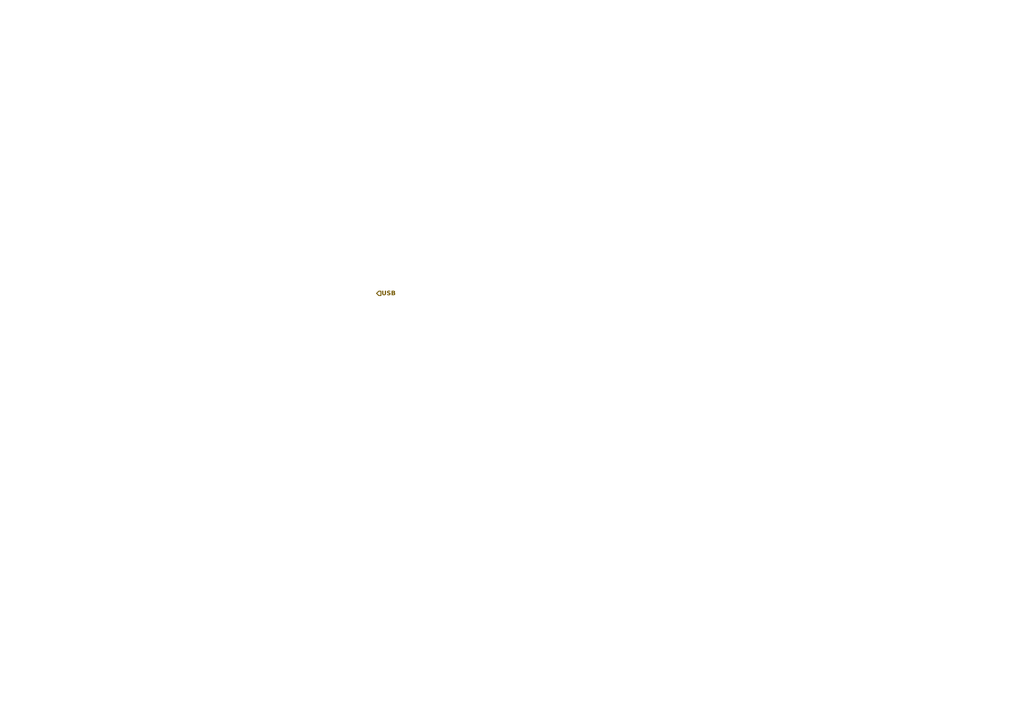
<source format=kicad_sch>
(kicad_sch
	(version 20240101)
	(generator "eeschema")
	(generator_version "8.99")
	(uuid "40def146-f4c2-4e5f-9244-1f75d5d23718")
	(paper "A4")
	(lib_symbols)
	(hierarchical_label "USB"
		(shape input)
		(at 109.22 85.09 0)
		(fields_autoplaced yes)
		(effects
			(font
				(face "JetBrains Mono")
				(size 1.27 1.27)
				(thickness 0.254)
				(bold yes)
			)
			(justify left)
		)
		(uuid "79688dcc-93f1-41c1-823d-b919d2da9a1e")
	)
)
</source>
